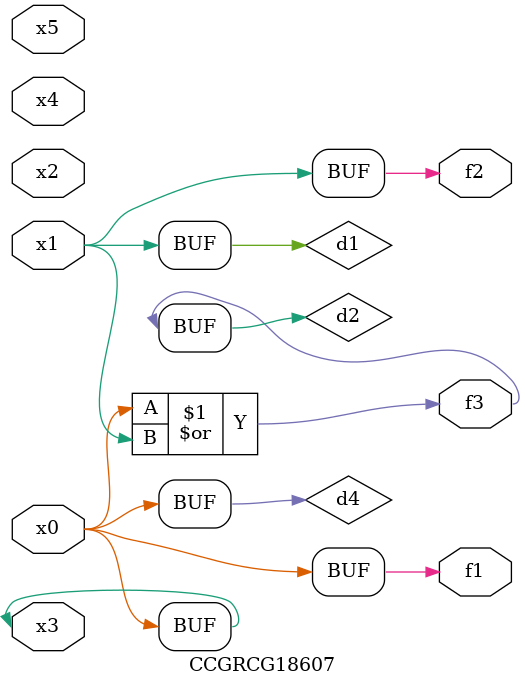
<source format=v>
module CCGRCG18607(
	input x0, x1, x2, x3, x4, x5,
	output f1, f2, f3
);

	wire d1, d2, d3, d4;

	and (d1, x1);
	or (d2, x0, x1);
	nand (d3, x0, x5);
	buf (d4, x0, x3);
	assign f1 = d4;
	assign f2 = d1;
	assign f3 = d2;
endmodule

</source>
